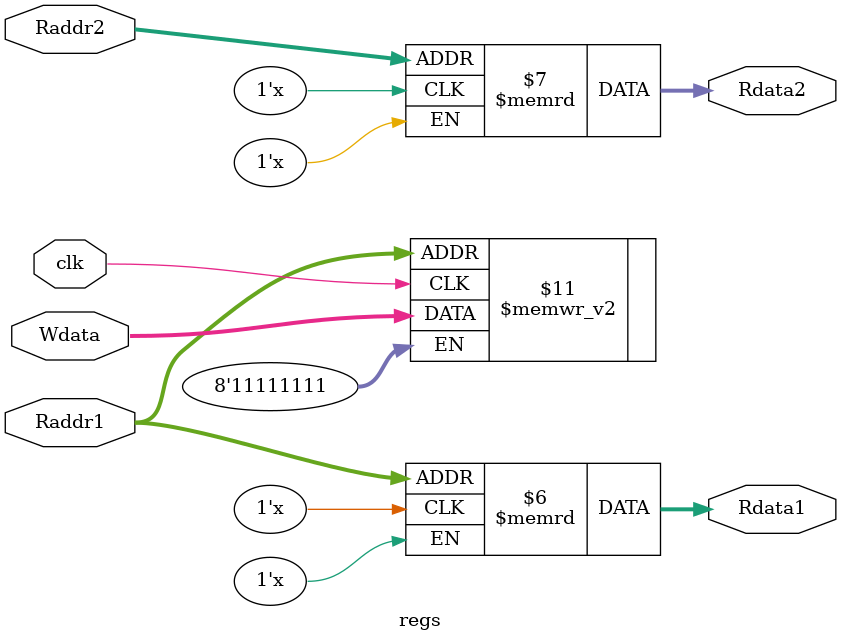
<source format=sv>
module regs #(parameter n = 8, R_SIZE = 2)( // n - data bus width

	//input
	input wire clk, // clk and write control
	input wire [n-1:0] Wdata,
	input wire [R_SIZE-1:0] Raddr1, Raddr2,
	
	
	//output
	output logic [n-1:0] Rdata1, Rdata2
);

 	// Declare 4 n-bit registers 
	logic [n-1:0] gpr [3:0];
	
	
	
	// write process, dest reg is Raddr2
	always_ff @ (posedge clk)
	begin
		
            gpr[Raddr1] <= Wdata;

		end

	//Asynchronous read process, output 0 if %0 is selected

	assign Rdata1 = gpr[Raddr1];
	assign Rdata2 = gpr[Raddr2];


endmodule // module regs
</source>
